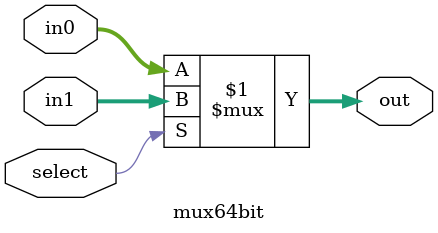
<source format=v>
module mux64bit(out, select, in0, in1);
    input select;
    input [63:0] in0, in1;
    output [63:0] out;
    assign out = select ? in1 : in0;
endmodule
</source>
